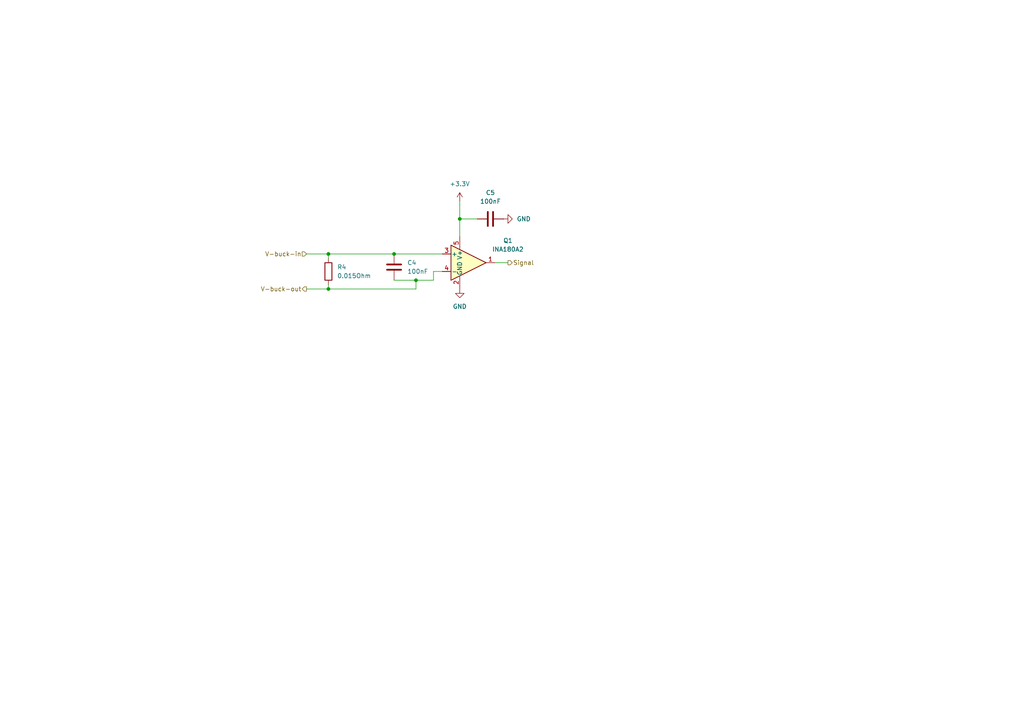
<source format=kicad_sch>
(kicad_sch
	(version 20250114)
	(generator "eeschema")
	(generator_version "9.0")
	(uuid "7a3086cb-6188-43d6-ac55-fbdcdf320bea")
	(paper "A4")
	(lib_symbols
		(symbol "Amplifier_Current:INA180A2"
			(pin_names
				(offset 0.127)
			)
			(exclude_from_sim no)
			(in_bom yes)
			(on_board yes)
			(property "Reference" "U"
				(at 3.81 3.81 0)
				(effects
					(font
						(size 1.27 1.27)
					)
					(justify left)
				)
			)
			(property "Value" "INA180A2"
				(at 3.81 -2.54 0)
				(effects
					(font
						(size 1.27 1.27)
					)
					(justify left)
				)
			)
			(property "Footprint" "Package_TO_SOT_SMD:SOT-23-5"
				(at 1.27 1.27 0)
				(effects
					(font
						(size 1.27 1.27)
					)
					(hide yes)
				)
			)
			(property "Datasheet" "http://www.ti.com/lit/ds/symlink/ina180.pdf"
				(at 3.81 3.81 0)
				(effects
					(font
						(size 1.27 1.27)
					)
					(hide yes)
				)
			)
			(property "Description" "Current Sense Amplifier, 1 Circuit, Rail-to-Rail, 26V, Gain 50 V/V, SOT-23-5"
				(at 0 0 0)
				(effects
					(font
						(size 1.27 1.27)
					)
					(hide yes)
				)
			)
			(property "ki_keywords" "current monitor shunt sensor"
				(at 0 0 0)
				(effects
					(font
						(size 1.27 1.27)
					)
					(hide yes)
				)
			)
			(property "ki_fp_filters" "SOT?23*"
				(at 0 0 0)
				(effects
					(font
						(size 1.27 1.27)
					)
					(hide yes)
				)
			)
			(symbol "INA180A2_0_1"
				(polyline
					(pts
						(xy 5.08 0) (xy -5.08 5.08) (xy -5.08 -5.08) (xy 5.08 0)
					)
					(stroke
						(width 0.254)
						(type default)
					)
					(fill
						(type background)
					)
				)
			)
			(symbol "INA180A2_1_1"
				(pin input line
					(at -7.62 2.54 0)
					(length 2.54)
					(name "+"
						(effects
							(font
								(size 1.27 1.27)
							)
						)
					)
					(number "3"
						(effects
							(font
								(size 1.27 1.27)
							)
						)
					)
				)
				(pin input line
					(at -7.62 -2.54 0)
					(length 2.54)
					(name "-"
						(effects
							(font
								(size 1.27 1.27)
							)
						)
					)
					(number "4"
						(effects
							(font
								(size 1.27 1.27)
							)
						)
					)
				)
				(pin power_in line
					(at -2.54 7.62 270)
					(length 3.81)
					(name "V+"
						(effects
							(font
								(size 1.27 1.27)
							)
						)
					)
					(number "5"
						(effects
							(font
								(size 1.27 1.27)
							)
						)
					)
				)
				(pin power_in line
					(at -2.54 -7.62 90)
					(length 3.81)
					(name "GND"
						(effects
							(font
								(size 1.27 1.27)
							)
						)
					)
					(number "2"
						(effects
							(font
								(size 1.27 1.27)
							)
						)
					)
				)
				(pin output line
					(at 7.62 0 180)
					(length 2.54)
					(name "~"
						(effects
							(font
								(size 1.27 1.27)
							)
						)
					)
					(number "1"
						(effects
							(font
								(size 1.27 1.27)
							)
						)
					)
				)
			)
			(embedded_fonts no)
		)
		(symbol "Device:C"
			(pin_numbers
				(hide yes)
			)
			(pin_names
				(offset 0.254)
			)
			(exclude_from_sim no)
			(in_bom yes)
			(on_board yes)
			(property "Reference" "C"
				(at 0.635 2.54 0)
				(effects
					(font
						(size 1.27 1.27)
					)
					(justify left)
				)
			)
			(property "Value" "C"
				(at 0.635 -2.54 0)
				(effects
					(font
						(size 1.27 1.27)
					)
					(justify left)
				)
			)
			(property "Footprint" ""
				(at 0.9652 -3.81 0)
				(effects
					(font
						(size 1.27 1.27)
					)
					(hide yes)
				)
			)
			(property "Datasheet" "~"
				(at 0 0 0)
				(effects
					(font
						(size 1.27 1.27)
					)
					(hide yes)
				)
			)
			(property "Description" "Unpolarized capacitor"
				(at 0 0 0)
				(effects
					(font
						(size 1.27 1.27)
					)
					(hide yes)
				)
			)
			(property "ki_keywords" "cap capacitor"
				(at 0 0 0)
				(effects
					(font
						(size 1.27 1.27)
					)
					(hide yes)
				)
			)
			(property "ki_fp_filters" "C_*"
				(at 0 0 0)
				(effects
					(font
						(size 1.27 1.27)
					)
					(hide yes)
				)
			)
			(symbol "C_0_1"
				(polyline
					(pts
						(xy -2.032 0.762) (xy 2.032 0.762)
					)
					(stroke
						(width 0.508)
						(type default)
					)
					(fill
						(type none)
					)
				)
				(polyline
					(pts
						(xy -2.032 -0.762) (xy 2.032 -0.762)
					)
					(stroke
						(width 0.508)
						(type default)
					)
					(fill
						(type none)
					)
				)
			)
			(symbol "C_1_1"
				(pin passive line
					(at 0 3.81 270)
					(length 2.794)
					(name "~"
						(effects
							(font
								(size 1.27 1.27)
							)
						)
					)
					(number "1"
						(effects
							(font
								(size 1.27 1.27)
							)
						)
					)
				)
				(pin passive line
					(at 0 -3.81 90)
					(length 2.794)
					(name "~"
						(effects
							(font
								(size 1.27 1.27)
							)
						)
					)
					(number "2"
						(effects
							(font
								(size 1.27 1.27)
							)
						)
					)
				)
			)
			(embedded_fonts no)
		)
		(symbol "Device:R"
			(pin_numbers
				(hide yes)
			)
			(pin_names
				(offset 0)
			)
			(exclude_from_sim no)
			(in_bom yes)
			(on_board yes)
			(property "Reference" "R"
				(at 2.032 0 90)
				(effects
					(font
						(size 1.27 1.27)
					)
				)
			)
			(property "Value" "R"
				(at 0 0 90)
				(effects
					(font
						(size 1.27 1.27)
					)
				)
			)
			(property "Footprint" ""
				(at -1.778 0 90)
				(effects
					(font
						(size 1.27 1.27)
					)
					(hide yes)
				)
			)
			(property "Datasheet" "~"
				(at 0 0 0)
				(effects
					(font
						(size 1.27 1.27)
					)
					(hide yes)
				)
			)
			(property "Description" "Resistor"
				(at 0 0 0)
				(effects
					(font
						(size 1.27 1.27)
					)
					(hide yes)
				)
			)
			(property "ki_keywords" "R res resistor"
				(at 0 0 0)
				(effects
					(font
						(size 1.27 1.27)
					)
					(hide yes)
				)
			)
			(property "ki_fp_filters" "R_*"
				(at 0 0 0)
				(effects
					(font
						(size 1.27 1.27)
					)
					(hide yes)
				)
			)
			(symbol "R_0_1"
				(rectangle
					(start -1.016 -2.54)
					(end 1.016 2.54)
					(stroke
						(width 0.254)
						(type default)
					)
					(fill
						(type none)
					)
				)
			)
			(symbol "R_1_1"
				(pin passive line
					(at 0 3.81 270)
					(length 1.27)
					(name "~"
						(effects
							(font
								(size 1.27 1.27)
							)
						)
					)
					(number "1"
						(effects
							(font
								(size 1.27 1.27)
							)
						)
					)
				)
				(pin passive line
					(at 0 -3.81 90)
					(length 1.27)
					(name "~"
						(effects
							(font
								(size 1.27 1.27)
							)
						)
					)
					(number "2"
						(effects
							(font
								(size 1.27 1.27)
							)
						)
					)
				)
			)
			(embedded_fonts no)
		)
		(symbol "power:+3.3V"
			(power)
			(pin_numbers
				(hide yes)
			)
			(pin_names
				(offset 0)
				(hide yes)
			)
			(exclude_from_sim no)
			(in_bom yes)
			(on_board yes)
			(property "Reference" "#PWR"
				(at 0 -3.81 0)
				(effects
					(font
						(size 1.27 1.27)
					)
					(hide yes)
				)
			)
			(property "Value" "+3.3V"
				(at 0 3.556 0)
				(effects
					(font
						(size 1.27 1.27)
					)
				)
			)
			(property "Footprint" ""
				(at 0 0 0)
				(effects
					(font
						(size 1.27 1.27)
					)
					(hide yes)
				)
			)
			(property "Datasheet" ""
				(at 0 0 0)
				(effects
					(font
						(size 1.27 1.27)
					)
					(hide yes)
				)
			)
			(property "Description" "Power symbol creates a global label with name \"+3.3V\""
				(at 0 0 0)
				(effects
					(font
						(size 1.27 1.27)
					)
					(hide yes)
				)
			)
			(property "ki_keywords" "global power"
				(at 0 0 0)
				(effects
					(font
						(size 1.27 1.27)
					)
					(hide yes)
				)
			)
			(symbol "+3.3V_0_1"
				(polyline
					(pts
						(xy -0.762 1.27) (xy 0 2.54)
					)
					(stroke
						(width 0)
						(type default)
					)
					(fill
						(type none)
					)
				)
				(polyline
					(pts
						(xy 0 2.54) (xy 0.762 1.27)
					)
					(stroke
						(width 0)
						(type default)
					)
					(fill
						(type none)
					)
				)
				(polyline
					(pts
						(xy 0 0) (xy 0 2.54)
					)
					(stroke
						(width 0)
						(type default)
					)
					(fill
						(type none)
					)
				)
			)
			(symbol "+3.3V_1_1"
				(pin power_in line
					(at 0 0 90)
					(length 0)
					(name "~"
						(effects
							(font
								(size 1.27 1.27)
							)
						)
					)
					(number "1"
						(effects
							(font
								(size 1.27 1.27)
							)
						)
					)
				)
			)
			(embedded_fonts no)
		)
		(symbol "power:GND"
			(power)
			(pin_numbers
				(hide yes)
			)
			(pin_names
				(offset 0)
				(hide yes)
			)
			(exclude_from_sim no)
			(in_bom yes)
			(on_board yes)
			(property "Reference" "#PWR"
				(at 0 -6.35 0)
				(effects
					(font
						(size 1.27 1.27)
					)
					(hide yes)
				)
			)
			(property "Value" "GND"
				(at 0 -3.81 0)
				(effects
					(font
						(size 1.27 1.27)
					)
				)
			)
			(property "Footprint" ""
				(at 0 0 0)
				(effects
					(font
						(size 1.27 1.27)
					)
					(hide yes)
				)
			)
			(property "Datasheet" ""
				(at 0 0 0)
				(effects
					(font
						(size 1.27 1.27)
					)
					(hide yes)
				)
			)
			(property "Description" "Power symbol creates a global label with name \"GND\" , ground"
				(at 0 0 0)
				(effects
					(font
						(size 1.27 1.27)
					)
					(hide yes)
				)
			)
			(property "ki_keywords" "global power"
				(at 0 0 0)
				(effects
					(font
						(size 1.27 1.27)
					)
					(hide yes)
				)
			)
			(symbol "GND_0_1"
				(polyline
					(pts
						(xy 0 0) (xy 0 -1.27) (xy 1.27 -1.27) (xy 0 -2.54) (xy -1.27 -1.27) (xy 0 -1.27)
					)
					(stroke
						(width 0)
						(type default)
					)
					(fill
						(type none)
					)
				)
			)
			(symbol "GND_1_1"
				(pin power_in line
					(at 0 0 270)
					(length 0)
					(name "~"
						(effects
							(font
								(size 1.27 1.27)
							)
						)
					)
					(number "1"
						(effects
							(font
								(size 1.27 1.27)
							)
						)
					)
				)
			)
			(embedded_fonts no)
		)
	)
	(junction
		(at 95.25 83.82)
		(diameter 0)
		(color 0 0 0 0)
		(uuid "1a63d017-ec6b-4b7d-8ad2-b037fb859c58")
	)
	(junction
		(at 133.35 63.5)
		(diameter 0)
		(color 0 0 0 0)
		(uuid "66cfd5c9-b35f-4570-b54b-a2837db2e7de")
	)
	(junction
		(at 95.25 73.66)
		(diameter 0)
		(color 0 0 0 0)
		(uuid "702c1711-acfa-4a58-849a-1ccecc0ae766")
	)
	(junction
		(at 120.65 81.28)
		(diameter 0)
		(color 0 0 0 0)
		(uuid "b65ae05e-c79e-4b14-b177-38d20c70bb15")
	)
	(junction
		(at 114.3 73.66)
		(diameter 0)
		(color 0 0 0 0)
		(uuid "cb13386a-f5b2-48ba-811b-6a56b91ce5ae")
	)
	(wire
		(pts
			(xy 95.25 74.93) (xy 95.25 73.66)
		)
		(stroke
			(width 0)
			(type default)
		)
		(uuid "1b5f245e-d13e-483c-98b0-c34ba988298e")
	)
	(wire
		(pts
			(xy 133.35 58.42) (xy 133.35 63.5)
		)
		(stroke
			(width 0)
			(type default)
		)
		(uuid "2b83c255-a108-41ef-89a5-2bca7c29b24c")
	)
	(wire
		(pts
			(xy 95.25 73.66) (xy 114.3 73.66)
		)
		(stroke
			(width 0)
			(type default)
		)
		(uuid "4f154655-d31a-490d-8d26-79002e6bb6d1")
	)
	(wire
		(pts
			(xy 120.65 83.82) (xy 120.65 81.28)
		)
		(stroke
			(width 0)
			(type default)
		)
		(uuid "597aab12-7c94-459e-910e-9397343bb515")
	)
	(wire
		(pts
			(xy 114.3 73.66) (xy 128.27 73.66)
		)
		(stroke
			(width 0)
			(type default)
		)
		(uuid "68da5706-1921-42a5-a63b-87bc2e4ece90")
	)
	(wire
		(pts
			(xy 133.35 63.5) (xy 133.35 68.58)
		)
		(stroke
			(width 0)
			(type default)
		)
		(uuid "8552abfa-5c6b-49b4-ac79-05fcdfaf5401")
	)
	(wire
		(pts
			(xy 125.73 81.28) (xy 125.73 78.74)
		)
		(stroke
			(width 0)
			(type default)
		)
		(uuid "86c555cc-d544-4d36-b2c6-0c3ad977f87b")
	)
	(wire
		(pts
			(xy 133.35 63.5) (xy 138.43 63.5)
		)
		(stroke
			(width 0)
			(type default)
		)
		(uuid "925fae6e-9a9e-4dbe-b4e7-88d9609b8c13")
	)
	(wire
		(pts
			(xy 125.73 78.74) (xy 128.27 78.74)
		)
		(stroke
			(width 0)
			(type default)
		)
		(uuid "9c6f6e06-3f15-4f59-8ba1-9a18ac8a7ef0")
	)
	(wire
		(pts
			(xy 120.65 81.28) (xy 125.73 81.28)
		)
		(stroke
			(width 0)
			(type default)
		)
		(uuid "ac8a5e12-e3ea-4801-9758-277c7a028a3a")
	)
	(wire
		(pts
			(xy 95.25 83.82) (xy 120.65 83.82)
		)
		(stroke
			(width 0)
			(type default)
		)
		(uuid "cb44f3bc-51ce-4f69-a9ff-099c1ee0bd59")
	)
	(wire
		(pts
			(xy 114.3 81.28) (xy 120.65 81.28)
		)
		(stroke
			(width 0)
			(type default)
		)
		(uuid "e7891ccd-f955-45b7-b2d6-28137e4f1b21")
	)
	(wire
		(pts
			(xy 88.9 73.66) (xy 95.25 73.66)
		)
		(stroke
			(width 0)
			(type default)
		)
		(uuid "e7d95fdd-af1e-4fab-b489-b33999643798")
	)
	(wire
		(pts
			(xy 88.9 83.82) (xy 95.25 83.82)
		)
		(stroke
			(width 0)
			(type default)
		)
		(uuid "f240904a-bc02-4c3c-a8b5-4b27e7e68b7b")
	)
	(wire
		(pts
			(xy 95.25 83.82) (xy 95.25 82.55)
		)
		(stroke
			(width 0)
			(type default)
		)
		(uuid "f78237ca-fba4-44df-bf51-cb282e5296d9")
	)
	(wire
		(pts
			(xy 147.32 76.2) (xy 143.51 76.2)
		)
		(stroke
			(width 0)
			(type default)
		)
		(uuid "fc5ec7fc-5f0b-46b4-86ad-1f9a7f191add")
	)
	(hierarchical_label "V-buck-out"
		(shape output)
		(at 88.9 83.82 180)
		(effects
			(font
				(size 1.27 1.27)
			)
			(justify right)
		)
		(uuid "0af478ec-185c-45e1-9109-062f5b39cf42")
	)
	(hierarchical_label "Signal"
		(shape output)
		(at 147.32 76.2 0)
		(effects
			(font
				(size 1.27 1.27)
			)
			(justify left)
		)
		(uuid "2bf76c14-27bc-44c5-b44a-039001d23f16")
	)
	(hierarchical_label "V-buck-in"
		(shape input)
		(at 88.9 73.66 180)
		(effects
			(font
				(size 1.27 1.27)
			)
			(justify right)
		)
		(uuid "6932954d-46bb-4dbd-b78d-b214e67338e8")
	)
	(symbol
		(lib_id "Device:C")
		(at 114.3 77.47 0)
		(unit 1)
		(exclude_from_sim no)
		(in_bom yes)
		(on_board yes)
		(dnp no)
		(fields_autoplaced yes)
		(uuid "24d720fc-cef8-48d4-abd6-4ee2f91d3782")
		(property "Reference" "C4"
			(at 118.11 76.1999 0)
			(effects
				(font
					(size 1.27 1.27)
				)
				(justify left)
			)
		)
		(property "Value" "100nF"
			(at 118.11 78.7399 0)
			(effects
				(font
					(size 1.27 1.27)
				)
				(justify left)
			)
		)
		(property "Footprint" "Capacitor_SMD:C_0805_2012Metric_Pad1.18x1.45mm_HandSolder"
			(at 115.2652 81.28 0)
			(effects
				(font
					(size 1.27 1.27)
				)
				(hide yes)
			)
		)
		(property "Datasheet" "~"
			(at 114.3 77.47 0)
			(effects
				(font
					(size 1.27 1.27)
				)
				(hide yes)
			)
		)
		(property "Description" "Unpolarized capacitor"
			(at 114.3 77.47 0)
			(effects
				(font
					(size 1.27 1.27)
				)
				(hide yes)
			)
		)
		(property "LCSC Part" "C49678"
			(at 114.3 77.47 0)
			(effects
				(font
					(size 1.27 1.27)
				)
				(hide yes)
			)
		)
		(pin "1"
			(uuid "42774989-eb67-4def-a1cb-2f6af99095d4")
		)
		(pin "2"
			(uuid "1ed1a621-63b6-4489-98bc-272c605a9ae1")
		)
		(instances
			(project "CAN-Interface-Board"
				(path "/8a3e7f99-4046-40e8-bd7c-d9d1c8c7162e/15bd7aa7-9f9b-43b9-8a5d-de3a8ae7f7af"
					(reference "C4")
					(unit 1)
				)
			)
		)
	)
	(symbol
		(lib_id "power:+3.3V")
		(at 133.35 58.42 0)
		(unit 1)
		(exclude_from_sim no)
		(in_bom yes)
		(on_board yes)
		(dnp no)
		(fields_autoplaced yes)
		(uuid "36fa864c-f812-48d6-8ca3-8c770c099997")
		(property "Reference" "#PWR02"
			(at 133.35 62.23 0)
			(effects
				(font
					(size 1.27 1.27)
				)
				(hide yes)
			)
		)
		(property "Value" "+3.3V"
			(at 133.35 53.34 0)
			(effects
				(font
					(size 1.27 1.27)
				)
			)
		)
		(property "Footprint" ""
			(at 133.35 58.42 0)
			(effects
				(font
					(size 1.27 1.27)
				)
				(hide yes)
			)
		)
		(property "Datasheet" ""
			(at 133.35 58.42 0)
			(effects
				(font
					(size 1.27 1.27)
				)
				(hide yes)
			)
		)
		(property "Description" "Power symbol creates a global label with name \"+3.3V\""
			(at 133.35 58.42 0)
			(effects
				(font
					(size 1.27 1.27)
				)
				(hide yes)
			)
		)
		(pin "1"
			(uuid "103bb851-6867-4c58-ae22-43681e4949b6")
		)
		(instances
			(project ""
				(path "/8a3e7f99-4046-40e8-bd7c-d9d1c8c7162e/15bd7aa7-9f9b-43b9-8a5d-de3a8ae7f7af"
					(reference "#PWR02")
					(unit 1)
				)
			)
		)
	)
	(symbol
		(lib_id "Device:C")
		(at 142.24 63.5 90)
		(unit 1)
		(exclude_from_sim no)
		(in_bom yes)
		(on_board yes)
		(dnp no)
		(fields_autoplaced yes)
		(uuid "5ae227e0-ab5c-450f-9ad2-822450ebcbad")
		(property "Reference" "C5"
			(at 142.24 55.88 90)
			(effects
				(font
					(size 1.27 1.27)
				)
			)
		)
		(property "Value" "100nF"
			(at 142.24 58.42 90)
			(effects
				(font
					(size 1.27 1.27)
				)
			)
		)
		(property "Footprint" "Capacitor_SMD:C_0805_2012Metric_Pad1.18x1.45mm_HandSolder"
			(at 146.05 62.5348 0)
			(effects
				(font
					(size 1.27 1.27)
				)
				(hide yes)
			)
		)
		(property "Datasheet" "~"
			(at 142.24 63.5 0)
			(effects
				(font
					(size 1.27 1.27)
				)
				(hide yes)
			)
		)
		(property "Description" "Unpolarized capacitor"
			(at 142.24 63.5 0)
			(effects
				(font
					(size 1.27 1.27)
				)
				(hide yes)
			)
		)
		(property "LCSC Part" "C49678"
			(at 142.24 63.5 90)
			(effects
				(font
					(size 1.27 1.27)
				)
				(hide yes)
			)
		)
		(pin "1"
			(uuid "a87e3599-e2bb-4131-bee6-cfd98332bff8")
		)
		(pin "2"
			(uuid "a8efb61d-9aa6-416f-bec5-fe1b8de89e00")
		)
		(instances
			(project "CAN-Interface-Board"
				(path "/8a3e7f99-4046-40e8-bd7c-d9d1c8c7162e/15bd7aa7-9f9b-43b9-8a5d-de3a8ae7f7af"
					(reference "C5")
					(unit 1)
				)
			)
		)
	)
	(symbol
		(lib_id "power:GND")
		(at 146.05 63.5 90)
		(unit 1)
		(exclude_from_sim no)
		(in_bom yes)
		(on_board yes)
		(dnp no)
		(fields_autoplaced yes)
		(uuid "6734f7d5-a958-4e1f-b29f-8da7f3d6f1e6")
		(property "Reference" "#PWR03"
			(at 152.4 63.5 0)
			(effects
				(font
					(size 1.27 1.27)
				)
				(hide yes)
			)
		)
		(property "Value" "GND"
			(at 149.86 63.4999 90)
			(effects
				(font
					(size 1.27 1.27)
				)
				(justify right)
			)
		)
		(property "Footprint" ""
			(at 146.05 63.5 0)
			(effects
				(font
					(size 1.27 1.27)
				)
				(hide yes)
			)
		)
		(property "Datasheet" ""
			(at 146.05 63.5 0)
			(effects
				(font
					(size 1.27 1.27)
				)
				(hide yes)
			)
		)
		(property "Description" "Power symbol creates a global label with name \"GND\" , ground"
			(at 146.05 63.5 0)
			(effects
				(font
					(size 1.27 1.27)
				)
				(hide yes)
			)
		)
		(pin "1"
			(uuid "0023cd08-224c-4e50-abd5-69ccef75fce0")
		)
		(instances
			(project ""
				(path "/8a3e7f99-4046-40e8-bd7c-d9d1c8c7162e/15bd7aa7-9f9b-43b9-8a5d-de3a8ae7f7af"
					(reference "#PWR03")
					(unit 1)
				)
			)
		)
	)
	(symbol
		(lib_id "Amplifier_Current:INA180A2")
		(at 135.89 76.2 0)
		(unit 1)
		(exclude_from_sim no)
		(in_bom yes)
		(on_board yes)
		(dnp no)
		(fields_autoplaced yes)
		(uuid "6c87ccd9-6d63-4ee1-83c4-b5173a88e17a")
		(property "Reference" "Q1"
			(at 147.32 69.7798 0)
			(effects
				(font
					(size 1.27 1.27)
				)
			)
		)
		(property "Value" "INA180A2"
			(at 147.32 72.3198 0)
			(effects
				(font
					(size 1.27 1.27)
				)
			)
		)
		(property "Footprint" "Package_TO_SOT_SMD:SOT-23-5"
			(at 137.16 74.93 0)
			(effects
				(font
					(size 1.27 1.27)
				)
				(hide yes)
			)
		)
		(property "Datasheet" "http://www.ti.com/lit/ds/symlink/ina180.pdf"
			(at 139.7 72.39 0)
			(effects
				(font
					(size 1.27 1.27)
				)
				(hide yes)
			)
		)
		(property "Description" "Current Sense Amplifier, 1 Circuit, Rail-to-Rail, 26V, Gain 50 V/V, SOT-23-5"
			(at 135.89 76.2 0)
			(effects
				(font
					(size 1.27 1.27)
				)
				(hide yes)
			)
		)
		(property "LCSC Part" "C192764"
			(at 135.89 76.2 0)
			(effects
				(font
					(size 1.27 1.27)
				)
				(hide yes)
			)
		)
		(pin "3"
			(uuid "06d5a3bf-1185-45e7-aaa4-d8b242b0ce16")
		)
		(pin "5"
			(uuid "cf8070b3-7d44-4fb0-8aea-d9a0e3f3443b")
		)
		(pin "4"
			(uuid "8ca84203-db5f-4e79-af2d-0ddea37ac157")
		)
		(pin "2"
			(uuid "b9f6b7a4-4989-4507-a2c4-59f7c3605c4d")
		)
		(pin "1"
			(uuid "6e10553c-081f-4b2c-8367-0005caf47f8c")
		)
		(instances
			(project ""
				(path "/8a3e7f99-4046-40e8-bd7c-d9d1c8c7162e/15bd7aa7-9f9b-43b9-8a5d-de3a8ae7f7af"
					(reference "Q1")
					(unit 1)
				)
			)
		)
	)
	(symbol
		(lib_id "power:GND")
		(at 133.35 83.82 0)
		(unit 1)
		(exclude_from_sim no)
		(in_bom yes)
		(on_board yes)
		(dnp no)
		(fields_autoplaced yes)
		(uuid "6e185c53-0e21-461c-bdb9-600b1c13a0e0")
		(property "Reference" "#PWR01"
			(at 133.35 90.17 0)
			(effects
				(font
					(size 1.27 1.27)
				)
				(hide yes)
			)
		)
		(property "Value" "GND"
			(at 133.35 88.9 0)
			(effects
				(font
					(size 1.27 1.27)
				)
			)
		)
		(property "Footprint" ""
			(at 133.35 83.82 0)
			(effects
				(font
					(size 1.27 1.27)
				)
				(hide yes)
			)
		)
		(property "Datasheet" ""
			(at 133.35 83.82 0)
			(effects
				(font
					(size 1.27 1.27)
				)
				(hide yes)
			)
		)
		(property "Description" "Power symbol creates a global label with name \"GND\" , ground"
			(at 133.35 83.82 0)
			(effects
				(font
					(size 1.27 1.27)
				)
				(hide yes)
			)
		)
		(pin "1"
			(uuid "adb34d50-526b-49c8-b7c2-0c10ca0584f3")
		)
		(instances
			(project ""
				(path "/8a3e7f99-4046-40e8-bd7c-d9d1c8c7162e/15bd7aa7-9f9b-43b9-8a5d-de3a8ae7f7af"
					(reference "#PWR01")
					(unit 1)
				)
			)
		)
	)
	(symbol
		(lib_id "Device:R")
		(at 95.25 78.74 0)
		(unit 1)
		(exclude_from_sim no)
		(in_bom yes)
		(on_board yes)
		(dnp no)
		(fields_autoplaced yes)
		(uuid "c29a19f8-5ce8-4916-a631-95e5ba0f5c75")
		(property "Reference" "R4"
			(at 97.79 77.4699 0)
			(effects
				(font
					(size 1.27 1.27)
				)
				(justify left)
			)
		)
		(property "Value" "0.015Ohm"
			(at 97.79 80.0099 0)
			(effects
				(font
					(size 1.27 1.27)
				)
				(justify left)
			)
		)
		(property "Footprint" "Resistor_SMD:R_1206_3216Metric"
			(at 93.472 78.74 90)
			(effects
				(font
					(size 1.27 1.27)
				)
				(hide yes)
			)
		)
		(property "Datasheet" "~"
			(at 95.25 78.74 0)
			(effects
				(font
					(size 1.27 1.27)
				)
				(hide yes)
			)
		)
		(property "Description" "Resistor"
			(at 95.25 78.74 0)
			(effects
				(font
					(size 1.27 1.27)
				)
				(hide yes)
			)
		)
		(property "LCSC Part" "C4293416"
			(at 95.25 78.74 0)
			(effects
				(font
					(size 1.27 1.27)
				)
				(hide yes)
			)
		)
		(pin "2"
			(uuid "41a50e1f-6af1-4994-b27b-c404c511f2d9")
		)
		(pin "1"
			(uuid "1c01de4a-4a5b-46ee-9b95-c99ca4b46bde")
		)
		(instances
			(project ""
				(path "/8a3e7f99-4046-40e8-bd7c-d9d1c8c7162e/15bd7aa7-9f9b-43b9-8a5d-de3a8ae7f7af"
					(reference "R4")
					(unit 1)
				)
			)
		)
	)
)

</source>
